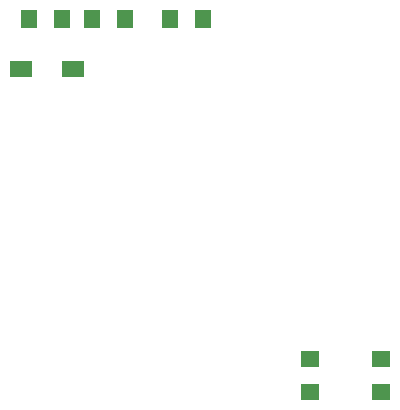
<source format=gbr>
%TF.GenerationSoftware,Novarm,DipTrace,3.3.1.3*%
%TF.CreationDate,2020-02-21T13:34:03+01:00*%
%FSLAX35Y35*%
%MOMM*%
%TF.FileFunction,Paste,Bot*%
%TF.Part,Single*%
%ADD42R,1.6X1.4*%
%ADD46R,1.9X1.35*%
%ADD48R,1.4X1.6*%
G75*
G01*
%LPD*%
D48*
X2726333Y7592133D3*
X3006333D3*
D46*
X1905987Y7163553D3*
X1465987D3*
D48*
X2349807Y7592133D3*
X2069807D3*
X1535833D3*
X1815833D3*
D42*
X4514300Y4433340D3*
Y4713340D3*
X3911113Y4433340D3*
Y4713340D3*
M02*

</source>
